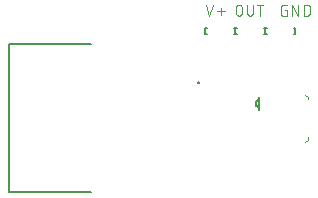
<source format=gto>
G04 EAGLE Gerber X2 export*
%TF.Part,Single*%
%TF.FileFunction,Legend,Top,1*%
%TF.FilePolarity,Positive*%
%TF.GenerationSoftware,Autodesk,EAGLE,9.0.0*%
%TF.CreationDate,2018-04-29T22:15:43Z*%
G75*
%MOMM*%
%FSLAX34Y34*%
%LPD*%
%AMOC8*
5,1,8,0,0,1.08239X$1,22.5*%
G01*
%ADD10C,0.200000*%
%ADD11C,0.152400*%
%ADD12C,0.100000*%
%ADD13C,0.101600*%


D10*
X160260Y132060D02*
X160262Y132109D01*
X160268Y132158D01*
X160278Y132206D01*
X160291Y132253D01*
X160309Y132299D01*
X160330Y132343D01*
X160354Y132386D01*
X160382Y132426D01*
X160413Y132465D01*
X160447Y132500D01*
X160484Y132533D01*
X160523Y132562D01*
X160565Y132588D01*
X160608Y132611D01*
X160654Y132630D01*
X160700Y132646D01*
X160748Y132658D01*
X160796Y132666D01*
X160845Y132670D01*
X160895Y132670D01*
X160944Y132666D01*
X160992Y132658D01*
X161040Y132646D01*
X161086Y132630D01*
X161132Y132611D01*
X161175Y132588D01*
X161217Y132562D01*
X161256Y132533D01*
X161293Y132500D01*
X161327Y132465D01*
X161358Y132426D01*
X161386Y132386D01*
X161410Y132343D01*
X161431Y132299D01*
X161449Y132253D01*
X161462Y132206D01*
X161472Y132158D01*
X161478Y132109D01*
X161480Y132060D01*
X161478Y132011D01*
X161472Y131962D01*
X161462Y131914D01*
X161449Y131867D01*
X161431Y131821D01*
X161410Y131777D01*
X161386Y131734D01*
X161358Y131694D01*
X161327Y131655D01*
X161293Y131620D01*
X161256Y131587D01*
X161217Y131558D01*
X161175Y131532D01*
X161132Y131509D01*
X161086Y131490D01*
X161040Y131474D01*
X160992Y131462D01*
X160944Y131454D01*
X160895Y131450D01*
X160845Y131450D01*
X160796Y131454D01*
X160748Y131462D01*
X160700Y131474D01*
X160654Y131490D01*
X160608Y131509D01*
X160565Y131532D01*
X160523Y131558D01*
X160484Y131587D01*
X160447Y131620D01*
X160413Y131655D01*
X160382Y131694D01*
X160354Y131734D01*
X160330Y131777D01*
X160309Y131821D01*
X160291Y131867D01*
X160278Y131914D01*
X160268Y131962D01*
X160262Y132011D01*
X160260Y132060D01*
X70000Y164100D02*
X0Y164100D01*
X0Y39100D01*
X70000Y39100D01*
D11*
X212090Y108966D02*
X212090Y111252D01*
X212090Y117348D01*
X212090Y119634D01*
X212090Y117348D02*
X211981Y117346D01*
X211873Y117340D01*
X211764Y117331D01*
X211656Y117317D01*
X211549Y117300D01*
X211442Y117278D01*
X211336Y117253D01*
X211231Y117225D01*
X211127Y117192D01*
X211025Y117156D01*
X210924Y117116D01*
X210824Y117073D01*
X210726Y117026D01*
X210629Y116975D01*
X210535Y116921D01*
X210442Y116864D01*
X210352Y116804D01*
X210263Y116740D01*
X210177Y116673D01*
X210094Y116604D01*
X210013Y116531D01*
X209935Y116455D01*
X209859Y116377D01*
X209786Y116296D01*
X209717Y116213D01*
X209650Y116127D01*
X209586Y116038D01*
X209526Y115948D01*
X209469Y115855D01*
X209415Y115761D01*
X209364Y115664D01*
X209317Y115566D01*
X209274Y115466D01*
X209234Y115365D01*
X209198Y115263D01*
X209165Y115159D01*
X209137Y115054D01*
X209112Y114948D01*
X209090Y114841D01*
X209073Y114734D01*
X209059Y114626D01*
X209050Y114517D01*
X209044Y114409D01*
X209042Y114300D01*
X209044Y114191D01*
X209050Y114083D01*
X209059Y113974D01*
X209073Y113866D01*
X209090Y113759D01*
X209112Y113652D01*
X209137Y113546D01*
X209165Y113441D01*
X209198Y113337D01*
X209234Y113235D01*
X209274Y113134D01*
X209317Y113034D01*
X209364Y112936D01*
X209415Y112839D01*
X209469Y112745D01*
X209526Y112652D01*
X209586Y112562D01*
X209650Y112473D01*
X209717Y112387D01*
X209786Y112304D01*
X209859Y112223D01*
X209935Y112145D01*
X210013Y112069D01*
X210094Y111996D01*
X210177Y111927D01*
X210263Y111860D01*
X210352Y111796D01*
X210442Y111736D01*
X210535Y111679D01*
X210629Y111625D01*
X210726Y111574D01*
X210824Y111527D01*
X210924Y111484D01*
X211025Y111444D01*
X211127Y111408D01*
X211231Y111375D01*
X211336Y111347D01*
X211442Y111322D01*
X211549Y111300D01*
X211656Y111283D01*
X211764Y111269D01*
X211873Y111260D01*
X211981Y111254D01*
X212090Y111252D01*
D12*
X250900Y121600D02*
X253400Y119600D01*
X253400Y83600D02*
X250900Y81600D01*
X253400Y83600D02*
X253400Y85600D01*
X253400Y117600D02*
X253400Y119600D01*
D11*
X166370Y172720D02*
X166370Y177800D01*
X191770Y177800D02*
X191770Y172720D01*
X191770Y177800D02*
X190500Y177800D01*
X190500Y172720D02*
X191770Y172720D01*
X167640Y172720D02*
X166370Y172720D01*
X166370Y177800D02*
X167640Y177800D01*
D13*
X169926Y188468D02*
X166878Y197612D01*
X172974Y197612D02*
X169926Y188468D01*
X176632Y192024D02*
X182728Y192024D01*
X179680Y188976D02*
X179680Y195072D01*
D11*
X191770Y177800D02*
X191770Y172720D01*
X217170Y172720D02*
X217170Y177800D01*
X215900Y177800D01*
X215900Y172720D02*
X217170Y172720D01*
X193040Y172720D02*
X191770Y172720D01*
X191770Y177800D02*
X193040Y177800D01*
D13*
X192278Y191008D02*
X192278Y195072D01*
X192280Y195172D01*
X192286Y195271D01*
X192296Y195371D01*
X192309Y195469D01*
X192327Y195568D01*
X192348Y195665D01*
X192373Y195761D01*
X192402Y195857D01*
X192435Y195951D01*
X192471Y196044D01*
X192511Y196135D01*
X192555Y196225D01*
X192602Y196313D01*
X192652Y196399D01*
X192706Y196483D01*
X192763Y196565D01*
X192823Y196644D01*
X192887Y196722D01*
X192953Y196796D01*
X193022Y196868D01*
X193094Y196937D01*
X193168Y197003D01*
X193246Y197067D01*
X193325Y197127D01*
X193407Y197184D01*
X193491Y197238D01*
X193577Y197288D01*
X193665Y197335D01*
X193755Y197379D01*
X193846Y197419D01*
X193939Y197455D01*
X194033Y197488D01*
X194129Y197517D01*
X194225Y197542D01*
X194322Y197563D01*
X194421Y197581D01*
X194519Y197594D01*
X194619Y197604D01*
X194718Y197610D01*
X194818Y197612D01*
X194918Y197610D01*
X195017Y197604D01*
X195117Y197594D01*
X195215Y197581D01*
X195314Y197563D01*
X195411Y197542D01*
X195507Y197517D01*
X195603Y197488D01*
X195697Y197455D01*
X195790Y197419D01*
X195881Y197379D01*
X195971Y197335D01*
X196059Y197288D01*
X196145Y197238D01*
X196229Y197184D01*
X196311Y197127D01*
X196390Y197067D01*
X196468Y197003D01*
X196542Y196937D01*
X196614Y196868D01*
X196683Y196796D01*
X196749Y196722D01*
X196813Y196644D01*
X196873Y196565D01*
X196930Y196483D01*
X196984Y196399D01*
X197034Y196313D01*
X197081Y196225D01*
X197125Y196135D01*
X197165Y196044D01*
X197201Y195951D01*
X197234Y195857D01*
X197263Y195761D01*
X197288Y195665D01*
X197309Y195568D01*
X197327Y195469D01*
X197340Y195371D01*
X197350Y195271D01*
X197356Y195172D01*
X197358Y195072D01*
X197358Y191008D01*
X197356Y190908D01*
X197350Y190809D01*
X197340Y190709D01*
X197327Y190611D01*
X197309Y190512D01*
X197288Y190415D01*
X197263Y190319D01*
X197234Y190223D01*
X197201Y190129D01*
X197165Y190036D01*
X197125Y189945D01*
X197081Y189855D01*
X197034Y189767D01*
X196984Y189681D01*
X196930Y189597D01*
X196873Y189515D01*
X196813Y189436D01*
X196749Y189358D01*
X196683Y189284D01*
X196614Y189212D01*
X196542Y189143D01*
X196468Y189077D01*
X196390Y189013D01*
X196311Y188953D01*
X196229Y188896D01*
X196145Y188842D01*
X196059Y188792D01*
X195971Y188745D01*
X195881Y188701D01*
X195790Y188661D01*
X195697Y188625D01*
X195603Y188592D01*
X195507Y188563D01*
X195411Y188538D01*
X195314Y188517D01*
X195215Y188499D01*
X195117Y188486D01*
X195017Y188476D01*
X194918Y188470D01*
X194818Y188468D01*
X194718Y188470D01*
X194619Y188476D01*
X194519Y188486D01*
X194421Y188499D01*
X194322Y188517D01*
X194225Y188538D01*
X194129Y188563D01*
X194033Y188592D01*
X193939Y188625D01*
X193846Y188661D01*
X193755Y188701D01*
X193665Y188745D01*
X193577Y188792D01*
X193491Y188842D01*
X193407Y188896D01*
X193325Y188953D01*
X193246Y189013D01*
X193168Y189077D01*
X193094Y189143D01*
X193022Y189212D01*
X192953Y189284D01*
X192887Y189358D01*
X192823Y189436D01*
X192763Y189515D01*
X192706Y189597D01*
X192652Y189681D01*
X192602Y189767D01*
X192555Y189855D01*
X192511Y189945D01*
X192471Y190036D01*
X192435Y190129D01*
X192402Y190223D01*
X192373Y190319D01*
X192348Y190415D01*
X192327Y190512D01*
X192309Y190611D01*
X192296Y190709D01*
X192286Y190809D01*
X192280Y190908D01*
X192278Y191008D01*
X201727Y191008D02*
X201727Y197612D01*
X201727Y191008D02*
X201729Y190908D01*
X201735Y190809D01*
X201745Y190709D01*
X201758Y190611D01*
X201776Y190512D01*
X201797Y190415D01*
X201822Y190319D01*
X201851Y190223D01*
X201884Y190129D01*
X201920Y190036D01*
X201960Y189945D01*
X202004Y189855D01*
X202051Y189767D01*
X202101Y189681D01*
X202155Y189597D01*
X202212Y189515D01*
X202272Y189436D01*
X202336Y189358D01*
X202402Y189284D01*
X202471Y189212D01*
X202543Y189143D01*
X202617Y189077D01*
X202695Y189013D01*
X202774Y188953D01*
X202856Y188896D01*
X202940Y188842D01*
X203026Y188792D01*
X203114Y188745D01*
X203204Y188701D01*
X203295Y188661D01*
X203388Y188625D01*
X203482Y188592D01*
X203578Y188563D01*
X203674Y188538D01*
X203771Y188517D01*
X203870Y188499D01*
X203968Y188486D01*
X204068Y188476D01*
X204167Y188470D01*
X204267Y188468D01*
X204367Y188470D01*
X204466Y188476D01*
X204566Y188486D01*
X204664Y188499D01*
X204763Y188517D01*
X204860Y188538D01*
X204956Y188563D01*
X205052Y188592D01*
X205146Y188625D01*
X205239Y188661D01*
X205330Y188701D01*
X205420Y188745D01*
X205508Y188792D01*
X205594Y188842D01*
X205678Y188896D01*
X205760Y188953D01*
X205839Y189013D01*
X205917Y189077D01*
X205991Y189143D01*
X206063Y189212D01*
X206132Y189284D01*
X206198Y189358D01*
X206262Y189436D01*
X206322Y189515D01*
X206379Y189597D01*
X206433Y189681D01*
X206483Y189767D01*
X206530Y189855D01*
X206574Y189945D01*
X206614Y190036D01*
X206650Y190129D01*
X206683Y190223D01*
X206712Y190319D01*
X206737Y190415D01*
X206758Y190512D01*
X206776Y190611D01*
X206789Y190709D01*
X206799Y190809D01*
X206805Y190908D01*
X206807Y191008D01*
X206807Y197612D01*
X213106Y197612D02*
X213106Y188468D01*
X210566Y197612D02*
X215646Y197612D01*
D11*
X217170Y177800D02*
X217170Y172720D01*
X242570Y172720D02*
X242570Y177800D01*
X241300Y177800D01*
X241300Y172720D02*
X242570Y172720D01*
X218440Y172720D02*
X217170Y172720D01*
X217170Y177800D02*
X218440Y177800D01*
D13*
X233934Y193548D02*
X235458Y193548D01*
X235458Y188468D01*
X232410Y188468D01*
X232321Y188470D01*
X232233Y188476D01*
X232145Y188485D01*
X232057Y188499D01*
X231970Y188516D01*
X231884Y188537D01*
X231799Y188562D01*
X231715Y188591D01*
X231632Y188623D01*
X231551Y188658D01*
X231472Y188698D01*
X231394Y188740D01*
X231318Y188786D01*
X231244Y188835D01*
X231173Y188888D01*
X231104Y188943D01*
X231037Y189002D01*
X230973Y189063D01*
X230912Y189127D01*
X230853Y189194D01*
X230798Y189263D01*
X230745Y189334D01*
X230696Y189408D01*
X230650Y189484D01*
X230608Y189562D01*
X230568Y189641D01*
X230533Y189722D01*
X230501Y189805D01*
X230472Y189889D01*
X230447Y189974D01*
X230426Y190060D01*
X230409Y190147D01*
X230395Y190235D01*
X230386Y190323D01*
X230380Y190411D01*
X230378Y190500D01*
X230378Y195580D01*
X230380Y195669D01*
X230386Y195757D01*
X230395Y195845D01*
X230409Y195933D01*
X230426Y196020D01*
X230447Y196106D01*
X230472Y196191D01*
X230501Y196275D01*
X230533Y196358D01*
X230568Y196439D01*
X230608Y196518D01*
X230650Y196596D01*
X230696Y196672D01*
X230745Y196746D01*
X230798Y196817D01*
X230853Y196886D01*
X230912Y196953D01*
X230973Y197017D01*
X231037Y197078D01*
X231104Y197137D01*
X231173Y197192D01*
X231244Y197245D01*
X231318Y197294D01*
X231394Y197340D01*
X231472Y197382D01*
X231551Y197422D01*
X231632Y197457D01*
X231715Y197489D01*
X231799Y197518D01*
X231884Y197543D01*
X231970Y197564D01*
X232057Y197581D01*
X232145Y197595D01*
X232233Y197604D01*
X232321Y197610D01*
X232410Y197612D01*
X235458Y197612D01*
X240132Y197612D02*
X240132Y188468D01*
X245212Y188468D02*
X240132Y197612D01*
X245212Y197612D02*
X245212Y188468D01*
X249885Y188468D02*
X249885Y197612D01*
X252425Y197612D01*
X252525Y197610D01*
X252624Y197604D01*
X252724Y197594D01*
X252822Y197581D01*
X252921Y197563D01*
X253018Y197542D01*
X253114Y197517D01*
X253210Y197488D01*
X253304Y197455D01*
X253397Y197419D01*
X253488Y197379D01*
X253578Y197335D01*
X253666Y197288D01*
X253752Y197238D01*
X253836Y197184D01*
X253918Y197127D01*
X253997Y197067D01*
X254075Y197003D01*
X254149Y196937D01*
X254221Y196868D01*
X254290Y196796D01*
X254356Y196722D01*
X254420Y196644D01*
X254480Y196565D01*
X254537Y196483D01*
X254591Y196399D01*
X254641Y196313D01*
X254688Y196225D01*
X254732Y196135D01*
X254772Y196044D01*
X254808Y195951D01*
X254841Y195857D01*
X254870Y195761D01*
X254895Y195665D01*
X254916Y195568D01*
X254934Y195469D01*
X254947Y195371D01*
X254957Y195271D01*
X254963Y195172D01*
X254965Y195072D01*
X254965Y191008D01*
X254963Y190908D01*
X254957Y190809D01*
X254947Y190709D01*
X254934Y190611D01*
X254916Y190512D01*
X254895Y190415D01*
X254870Y190319D01*
X254841Y190223D01*
X254808Y190129D01*
X254772Y190036D01*
X254732Y189945D01*
X254688Y189855D01*
X254641Y189767D01*
X254591Y189681D01*
X254537Y189597D01*
X254480Y189515D01*
X254420Y189436D01*
X254356Y189358D01*
X254290Y189284D01*
X254221Y189212D01*
X254149Y189143D01*
X254075Y189077D01*
X253997Y189013D01*
X253918Y188953D01*
X253836Y188896D01*
X253752Y188842D01*
X253666Y188792D01*
X253578Y188745D01*
X253488Y188701D01*
X253397Y188661D01*
X253304Y188625D01*
X253210Y188592D01*
X253114Y188563D01*
X253018Y188538D01*
X252921Y188517D01*
X252822Y188499D01*
X252724Y188486D01*
X252624Y188476D01*
X252525Y188470D01*
X252425Y188468D01*
X249885Y188468D01*
M02*

</source>
